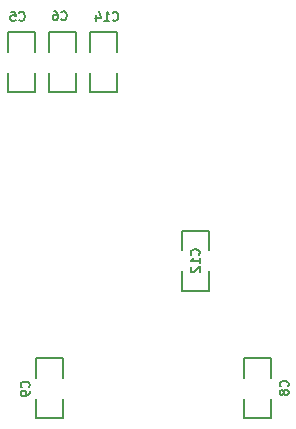
<source format=gbo>
G04 (created by PCBNEW (2013-07-07 BZR 4022)-stable) date 09/12/2014 18:13:01*
%MOIN*%
G04 Gerber Fmt 3.4, Leading zero omitted, Abs format*
%FSLAX34Y34*%
G01*
G70*
G90*
G04 APERTURE LIST*
%ADD10C,0.00590551*%
%ADD11C,0.005*%
G04 APERTURE END LIST*
G54D10*
G54D11*
X89550Y-52681D02*
X90450Y-52681D01*
X90450Y-52681D02*
X90450Y-53331D01*
X89550Y-54031D02*
X89550Y-54681D01*
X89550Y-54681D02*
X90450Y-54681D01*
X90450Y-54681D02*
X90450Y-54031D01*
X89550Y-53331D02*
X89550Y-52681D01*
X90902Y-43814D02*
X90002Y-43814D01*
X90002Y-43814D02*
X90002Y-43164D01*
X90902Y-42464D02*
X90902Y-41814D01*
X90902Y-41814D02*
X90002Y-41814D01*
X90002Y-41814D02*
X90002Y-42464D01*
X90902Y-43164D02*
X90902Y-43814D01*
X89524Y-43814D02*
X88624Y-43814D01*
X88624Y-43814D02*
X88624Y-43164D01*
X89524Y-42464D02*
X89524Y-41814D01*
X89524Y-41814D02*
X88624Y-41814D01*
X88624Y-41814D02*
X88624Y-42464D01*
X89524Y-43164D02*
X89524Y-43814D01*
X96498Y-52681D02*
X97398Y-52681D01*
X97398Y-52681D02*
X97398Y-53331D01*
X96498Y-54031D02*
X96498Y-54681D01*
X96498Y-54681D02*
X97398Y-54681D01*
X97398Y-54681D02*
X97398Y-54031D01*
X96498Y-53331D02*
X96498Y-52681D01*
X95343Y-50433D02*
X94443Y-50433D01*
X94443Y-50433D02*
X94443Y-49783D01*
X95343Y-49083D02*
X95343Y-48433D01*
X95343Y-48433D02*
X94443Y-48433D01*
X94443Y-48433D02*
X94443Y-49083D01*
X95343Y-49783D02*
X95343Y-50433D01*
X92280Y-43814D02*
X91380Y-43814D01*
X91380Y-43814D02*
X91380Y-43164D01*
X92280Y-42464D02*
X92280Y-41814D01*
X92280Y-41814D02*
X91380Y-41814D01*
X91380Y-41814D02*
X91380Y-42464D01*
X92280Y-43164D02*
X92280Y-43814D01*
X89325Y-53650D02*
X89339Y-53636D01*
X89353Y-53593D01*
X89353Y-53565D01*
X89339Y-53522D01*
X89310Y-53493D01*
X89282Y-53479D01*
X89225Y-53465D01*
X89182Y-53465D01*
X89125Y-53479D01*
X89096Y-53493D01*
X89067Y-53522D01*
X89053Y-53565D01*
X89053Y-53593D01*
X89067Y-53636D01*
X89082Y-53650D01*
X89353Y-53793D02*
X89353Y-53850D01*
X89339Y-53879D01*
X89325Y-53893D01*
X89282Y-53922D01*
X89225Y-53936D01*
X89110Y-53936D01*
X89082Y-53922D01*
X89067Y-53907D01*
X89053Y-53879D01*
X89053Y-53822D01*
X89067Y-53793D01*
X89082Y-53779D01*
X89110Y-53765D01*
X89182Y-53765D01*
X89210Y-53779D01*
X89225Y-53793D01*
X89239Y-53822D01*
X89239Y-53879D01*
X89225Y-53907D01*
X89210Y-53922D01*
X89182Y-53936D01*
X90404Y-41392D02*
X90418Y-41406D01*
X90461Y-41420D01*
X90490Y-41420D01*
X90532Y-41406D01*
X90561Y-41377D01*
X90575Y-41349D01*
X90590Y-41292D01*
X90590Y-41249D01*
X90575Y-41192D01*
X90561Y-41163D01*
X90532Y-41134D01*
X90490Y-41120D01*
X90461Y-41120D01*
X90418Y-41134D01*
X90404Y-41149D01*
X90147Y-41120D02*
X90204Y-41120D01*
X90232Y-41134D01*
X90247Y-41149D01*
X90275Y-41192D01*
X90290Y-41249D01*
X90290Y-41363D01*
X90275Y-41392D01*
X90261Y-41406D01*
X90232Y-41420D01*
X90175Y-41420D01*
X90147Y-41406D01*
X90132Y-41392D01*
X90118Y-41363D01*
X90118Y-41292D01*
X90132Y-41263D01*
X90147Y-41249D01*
X90175Y-41234D01*
X90232Y-41234D01*
X90261Y-41249D01*
X90275Y-41263D01*
X90290Y-41292D01*
X88996Y-41411D02*
X89011Y-41426D01*
X89053Y-41440D01*
X89082Y-41440D01*
X89125Y-41426D01*
X89153Y-41397D01*
X89168Y-41368D01*
X89182Y-41311D01*
X89182Y-41268D01*
X89168Y-41211D01*
X89153Y-41183D01*
X89125Y-41154D01*
X89082Y-41140D01*
X89053Y-41140D01*
X89011Y-41154D01*
X88996Y-41168D01*
X88725Y-41140D02*
X88868Y-41140D01*
X88882Y-41283D01*
X88868Y-41268D01*
X88839Y-41254D01*
X88768Y-41254D01*
X88739Y-41268D01*
X88725Y-41283D01*
X88711Y-41311D01*
X88711Y-41383D01*
X88725Y-41411D01*
X88739Y-41426D01*
X88768Y-41440D01*
X88839Y-41440D01*
X88868Y-41426D01*
X88882Y-41411D01*
X97957Y-53621D02*
X97971Y-53606D01*
X97985Y-53564D01*
X97985Y-53535D01*
X97971Y-53492D01*
X97942Y-53464D01*
X97914Y-53449D01*
X97857Y-53435D01*
X97814Y-53435D01*
X97757Y-53449D01*
X97728Y-53464D01*
X97699Y-53492D01*
X97685Y-53535D01*
X97685Y-53564D01*
X97699Y-53606D01*
X97714Y-53621D01*
X97814Y-53792D02*
X97799Y-53764D01*
X97785Y-53749D01*
X97757Y-53735D01*
X97742Y-53735D01*
X97714Y-53749D01*
X97699Y-53764D01*
X97685Y-53792D01*
X97685Y-53849D01*
X97699Y-53878D01*
X97714Y-53892D01*
X97742Y-53906D01*
X97757Y-53906D01*
X97785Y-53892D01*
X97799Y-53878D01*
X97814Y-53849D01*
X97814Y-53792D01*
X97828Y-53764D01*
X97842Y-53749D01*
X97871Y-53735D01*
X97928Y-53735D01*
X97957Y-53749D01*
X97971Y-53764D01*
X97985Y-53792D01*
X97985Y-53849D01*
X97971Y-53878D01*
X97957Y-53892D01*
X97928Y-53906D01*
X97871Y-53906D01*
X97842Y-53892D01*
X97828Y-53878D01*
X97814Y-53849D01*
X94986Y-49240D02*
X95000Y-49225D01*
X95015Y-49183D01*
X95015Y-49154D01*
X95000Y-49111D01*
X94972Y-49083D01*
X94943Y-49068D01*
X94886Y-49054D01*
X94843Y-49054D01*
X94786Y-49068D01*
X94757Y-49083D01*
X94729Y-49111D01*
X94715Y-49154D01*
X94715Y-49183D01*
X94729Y-49225D01*
X94743Y-49240D01*
X95015Y-49525D02*
X95015Y-49354D01*
X95015Y-49440D02*
X94715Y-49440D01*
X94757Y-49411D01*
X94786Y-49383D01*
X94800Y-49354D01*
X94743Y-49640D02*
X94729Y-49654D01*
X94715Y-49683D01*
X94715Y-49754D01*
X94729Y-49783D01*
X94743Y-49797D01*
X94772Y-49811D01*
X94800Y-49811D01*
X94843Y-49797D01*
X95015Y-49625D01*
X95015Y-49811D01*
X92121Y-41411D02*
X92136Y-41426D01*
X92179Y-41440D01*
X92207Y-41440D01*
X92250Y-41426D01*
X92279Y-41397D01*
X92293Y-41368D01*
X92307Y-41311D01*
X92307Y-41268D01*
X92293Y-41211D01*
X92279Y-41183D01*
X92250Y-41154D01*
X92207Y-41140D01*
X92179Y-41140D01*
X92136Y-41154D01*
X92121Y-41168D01*
X91836Y-41440D02*
X92007Y-41440D01*
X91921Y-41440D02*
X91921Y-41140D01*
X91950Y-41183D01*
X91979Y-41211D01*
X92007Y-41226D01*
X91579Y-41240D02*
X91579Y-41440D01*
X91650Y-41126D02*
X91721Y-41340D01*
X91536Y-41340D01*
M02*

</source>
